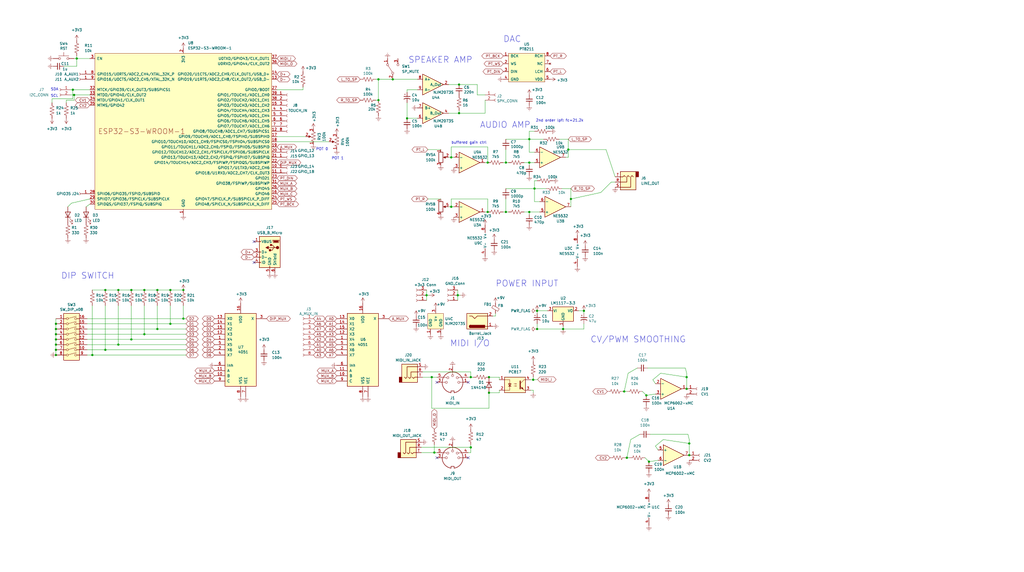
<source format=kicad_sch>
(kicad_sch (version 20230121) (generator eeschema)
  (paper "User" 499.999 279.4)
  (junction (at 184.785 48.895))
  (junction (at 336.55 216.535))
  (junction (at 57.785 141.605))
  (junction (at 335.28 189.865))
  (junction (at 224.155 55.245))
  (junction (at 76.835 141.605))
  (junction (at 247.015 103.505))
  (junction (at 304.8 191.135))
  (junction (at 83.185 141.605))
  (junction (at 262.255 160.655))
  (junction (at 76.835 160.655))
  (junction (at 260.985 92.075))
  (junction (at 64.135 141.605))
  (junction (at 306.07 223.52))
  (junction (at 315.595 193.04))
  (junction (at 57.785 168.275))
  (junction (at 224.155 41.275))
  (junction (at 45.085 173.355))
  (junction (at 238.125 79.375))
  (junction (at 27.305 170.815))
  (junction (at 229.87 184.15))
  (junction (at 36.195 46.355))
  (junction (at 277.495 73.025))
  (junction (at 278.765 97.155))
  (junction (at 220.345 100.965))
  (junction (at 262.255 151.765))
  (junction (at 335.28 184.15))
  (junction (at 184.785 38.735))
  (junction (at 51.435 170.815))
  (junction (at 258.445 79.375))
  (junction (at 238.125 103.505))
  (junction (at 51.435 141.605))
  (junction (at 89.535 141.605))
  (junction (at 198.755 57.785))
  (junction (at 316.865 225.425))
  (junction (at 64.135 165.735))
  (junction (at 83.185 158.115))
  (junction (at 27.305 163.195))
  (junction (at 260.35 185.42))
  (junction (at 223.52 144.145))
  (junction (at 27.305 173.355))
  (junction (at 27.305 165.735))
  (junction (at 210.82 184.15))
  (junction (at 238.76 191.77))
  (junction (at 27.305 168.275))
  (junction (at 247.015 79.375))
  (junction (at 27.305 160.655))
  (junction (at 37.465 28.575))
  (junction (at 238.76 184.15))
  (junction (at 212.09 220.98))
  (junction (at 220.345 76.835))
  (junction (at 274.955 160.655))
  (junction (at 191.77 38.735))
  (junction (at 208.28 144.145))
  (junction (at 229.87 218.44))
  (junction (at 258.445 103.505))
  (junction (at 336.55 222.25))
  (junction (at 27.305 158.115))
  (junction (at 258.445 67.945))
  (junction (at 35.56 43.815))
  (junction (at 70.485 163.195))
  (junction (at 89.535 155.575))
  (junction (at 285.115 151.765))
  (junction (at 70.485 141.605))
  (no_connect (at 213.36 186.69))
  (no_connect (at 213.36 223.52))
  (no_connect (at 124.079 128.143))
  (no_connect (at 228.6 223.52))
  (no_connect (at 228.6 186.69))
  (no_connect (at 124.079 117.983))
  (wire (pts (xy 306.07 223.52) (xy 305.435 223.52)))
  (wire (pts (xy 258.445 103.505) (xy 263.525 103.505)))
  (wire (pts (xy 277.495 67.945) (xy 277.495 73.025)))
  (wire (pts (xy 236.855 55.245) (xy 224.155 55.245)))
  (wire (pts (xy 285.115 153.035) (xy 285.115 151.765)))
  (wire (pts (xy 37.465 28.575) (xy 37.465 32.385)))
  (wire (pts (xy 35.56 48.26) (xy 35.56 43.815)))
  (wire (pts (xy 298.45 88.9) (xy 300.355 88.9)))
  (wire (pts (xy 37.465 28.575) (xy 43.815 28.575)))
  (wire (pts (xy 90.805 160.655) (xy 76.835 160.655)))
  (wire (pts (xy 57.785 141.605) (xy 64.135 141.605)))
  (wire (pts (xy 260.35 185.42) (xy 260.35 184.15)))
  (wire (pts (xy 306.07 191.135) (xy 304.8 191.135)))
  (wire (pts (xy 247.015 73.025) (xy 247.015 79.375)))
  (wire (pts (xy 205.74 220.98) (xy 212.09 220.98)))
  (wire (pts (xy 229.87 220.98) (xy 228.6 220.98)))
  (wire (pts (xy 27.305 158.115) (xy 27.305 160.655)))
  (wire (pts (xy 64.135 165.735) (xy 64.135 149.225)))
  (wire (pts (xy 336.55 216.535) (xy 336.55 222.25)))
  (wire (pts (xy 274.32 92.075) (xy 278.765 92.075)))
  (wire (pts (xy 314.96 223.52) (xy 316.865 225.425)))
  (wire (pts (xy 260.985 88.265) (xy 262.255 88.265)))
  (wire (pts (xy 255.905 103.505) (xy 258.445 103.505)))
  (wire (pts (xy 247.015 79.375) (xy 248.285 79.375)))
  (wire (pts (xy 220.345 76.835) (xy 220.345 71.755)))
  (wire (pts (xy 293.37 93.98) (xy 298.45 88.9)))
  (wire (pts (xy 27.305 170.815) (xy 27.305 173.355)))
  (wire (pts (xy 31.115 32.385) (xy 37.465 32.385)))
  (wire (pts (xy 229.87 184.15) (xy 231.14 184.15)))
  (wire (pts (xy 306.07 223.52) (xy 307.975 214.63)))
  (wire (pts (xy 223.52 144.145) (xy 224.79 144.145)))
  (wire (pts (xy 70.485 141.605) (xy 76.835 141.605)))
  (wire (pts (xy 236.855 46.355) (xy 233.045 46.355)))
  (wire (pts (xy 304.8 191.135) (xy 304.165 191.135)))
  (wire (pts (xy 43.815 97.155) (xy 34.925 99.187)))
  (wire (pts (xy 243.84 191.77) (xy 238.76 191.77)))
  (wire (pts (xy 90.805 173.355) (xy 45.085 173.355)))
  (wire (pts (xy 57.785 168.275) (xy 57.785 149.225)))
  (wire (pts (xy 210.82 199.39) (xy 238.76 199.39)))
  (wire (pts (xy 255.905 79.375) (xy 258.445 79.375)))
  (wire (pts (xy 32.385 48.895) (xy 36.195 48.895)))
  (wire (pts (xy 45.085 173.355) (xy 45.085 149.225)))
  (wire (pts (xy 229.87 181.61) (xy 229.87 184.15)))
  (wire (pts (xy 184.785 38.735) (xy 184.785 48.895)))
  (wire (pts (xy 42.545 168.275) (xy 57.785 168.275)))
  (wire (pts (xy 213.36 220.98) (xy 212.09 220.98)))
  (wire (pts (xy 212.09 217.17) (xy 212.09 220.98)))
  (wire (pts (xy 238.125 97.155) (xy 238.125 103.505)))
  (wire (pts (xy 229.87 217.17) (xy 229.87 218.44)))
  (wire (pts (xy 247.015 79.375) (xy 245.745 79.375)))
  (wire (pts (xy 76.835 160.655) (xy 76.835 149.225)))
  (wire (pts (xy 260.985 64.135) (xy 258.445 64.135)))
  (wire (pts (xy 334.645 179.705) (xy 335.28 182.245)))
  (wire (pts (xy 323.85 214.63) (xy 336.55 216.535)))
  (wire (pts (xy 335.28 182.245) (xy 335.28 184.15)))
  (wire (pts (xy 318.77 185.42) (xy 322.58 182.245)))
  (wire (pts (xy 83.185 141.605) (xy 89.535 141.605)))
  (wire (pts (xy 247.015 103.505) (xy 245.745 103.505)))
  (wire (pts (xy 220.345 97.155) (xy 238.125 97.155)))
  (wire (pts (xy 316.865 225.425) (xy 321.31 224.79)))
  (wire (pts (xy 223.52 141.605) (xy 223.52 144.145)))
  (wire (pts (xy 262.255 151.765) (xy 267.335 151.765)))
  (wire (pts (xy 335.915 212.09) (xy 336.55 214.63)))
  (wire (pts (xy 135.255 69.215) (xy 160.655 69.215)))
  (wire (pts (xy 278.765 97.155) (xy 293.37 93.98)))
  (wire (pts (xy 278.765 97.155) (xy 278.765 100.965)))
  (wire (pts (xy 313.69 191.135) (xy 315.595 193.04)))
  (wire (pts (xy 183.515 48.895) (xy 184.785 48.895)))
  (wire (pts (xy 238.76 199.39) (xy 238.76 191.77)))
  (wire (pts (xy 219.075 76.835) (xy 220.345 76.835)))
  (wire (pts (xy 258.445 67.945) (xy 258.445 74.295)))
  (wire (pts (xy 64.135 165.735) (xy 42.545 165.735)))
  (wire (pts (xy 259.08 185.42) (xy 260.35 185.42)))
  (wire (pts (xy 316.23 179.705) (xy 334.645 179.705)))
  (wire (pts (xy 260.985 92.075) (xy 260.985 98.425)))
  (wire (pts (xy 317.5 212.09) (xy 335.915 212.09)))
  (wire (pts (xy 262.255 153.035) (xy 262.255 151.765)))
  (wire (pts (xy 64.135 141.605) (xy 70.485 141.605)))
  (wire (pts (xy 27.305 163.195) (xy 27.305 165.735)))
  (wire (pts (xy 285.115 151.765) (xy 282.575 151.765)))
  (wire (pts (xy 27.305 160.655) (xy 27.305 163.195)))
  (wire (pts (xy 262.255 160.655) (xy 274.955 160.655)))
  (wire (pts (xy 223.52 144.145) (xy 223.52 146.685)))
  (wire (pts (xy 220.345 71.755) (xy 238.125 71.755)))
  (wire (pts (xy 260.35 190.5) (xy 260.35 191.77)))
  (wire (pts (xy 262.509 185.293) (xy 260.35 185.42)))
  (wire (pts (xy 90.805 168.275) (xy 57.785 168.275)))
  (wire (pts (xy 76.835 141.605) (xy 83.185 141.605)))
  (wire (pts (xy 322.58 182.245) (xy 335.28 184.15)))
  (wire (pts (xy 36.195 48.895) (xy 36.195 46.355)))
  (wire (pts (xy 238.125 71.755) (xy 238.125 79.375)))
  (wire (pts (xy 36.195 28.575) (xy 37.465 28.575)))
  (wire (pts (xy 258.445 74.295) (xy 260.985 74.295)))
  (wire (pts (xy 51.435 170.815) (xy 42.545 170.815)))
  (wire (pts (xy 198.755 50.165) (xy 198.755 57.785)))
  (wire (pts (xy 45.085 141.605) (xy 51.435 141.605)))
  (wire (pts (xy 224.155 41.275) (xy 219.075 41.275)))
  (wire (pts (xy 42.545 173.355) (xy 45.085 173.355)))
  (wire (pts (xy 241.935 154.305) (xy 240.665 154.305)))
  (wire (pts (xy 266.7 92.075) (xy 260.985 92.075)))
  (wire (pts (xy 278.765 92.075) (xy 278.765 97.155)))
  (wire (pts (xy 258.445 79.375) (xy 260.985 79.375)))
  (wire (pts (xy 336.55 214.63) (xy 336.55 216.535)))
  (wire (pts (xy 89.535 155.575) (xy 42.545 155.575)))
  (wire (pts (xy 34.925 99.187) (xy 33.147 100.965)))
  (wire (pts (xy 247.015 103.505) (xy 248.285 103.505)))
  (wire (pts (xy 191.77 38.735) (xy 203.835 38.735)))
  (wire (pts (xy 25.4 48.26) (xy 35.56 48.26)))
  (wire (pts (xy 198.755 43.815) (xy 203.835 43.815)))
  (wire (pts (xy 247.015 97.155) (xy 247.015 103.505)))
  (wire (pts (xy 42.545 163.195) (xy 70.485 163.195)))
  (wire (pts (xy 224.155 55.245) (xy 224.155 53.975)))
  (wire (pts (xy 220.345 100.965) (xy 221.615 100.965)))
  (wire (pts (xy 135.255 43.815) (xy 147.955 43.815)))
  (wire (pts (xy 213.36 184.15) (xy 210.82 184.15)))
  (wire (pts (xy 32.385 50.165) (xy 32.385 48.895)))
  (wire (pts (xy 34.29 43.815) (xy 35.56 43.815)))
  (wire (pts (xy 277.495 76.835) (xy 276.225 76.835)))
  (wire (pts (xy 247.015 67.945) (xy 258.445 67.945)))
  (wire (pts (xy 90.805 155.575) (xy 89.535 155.575)))
  (wire (pts (xy 285.115 160.655) (xy 274.955 160.655)))
  (wire (pts (xy 320.04 217.805) (xy 323.85 214.63)))
  (wire (pts (xy 205.74 218.44) (xy 229.87 218.44)))
  (wire (pts (xy 259.08 190.5) (xy 260.35 190.5)))
  (wire (pts (xy 208.28 144.145) (xy 208.28 146.685)))
  (wire (pts (xy 273.05 67.945) (xy 277.495 67.945)))
  (wire (pts (xy 243.84 190.5) (xy 243.84 191.77)))
  (wire (pts (xy 229.87 218.44) (xy 229.87 220.98)))
  (wire (pts (xy 321.31 219.71) (xy 320.04 217.805)))
  (wire (pts (xy 247.015 92.075) (xy 260.985 92.075)))
  (wire (pts (xy 258.445 104.775) (xy 258.445 103.505)))
  (wire (pts (xy 206.375 181.61) (xy 229.87 181.61)))
  (wire (pts (xy 90.805 158.115) (xy 83.185 158.115)))
  (wire (pts (xy 35.56 43.815) (xy 43.815 43.815)))
  (wire (pts (xy 90.805 170.815) (xy 51.435 170.815)))
  (wire (pts (xy 236.855 48.895) (xy 236.855 55.245)))
  (wire (pts (xy 135.255 66.675) (xy 149.225 66.675)))
  (wire (pts (xy 183.515 38.735) (xy 184.785 38.735)))
  (wire (pts (xy 51.435 170.815) (xy 51.435 149.225)))
  (wire (pts (xy 219.075 100.965) (xy 220.345 100.965)))
  (wire (pts (xy 285.115 158.115) (xy 285.115 160.655)))
  (wire (pts (xy 206.375 184.15) (xy 210.82 184.15)))
  (wire (pts (xy 89.535 155.575) (xy 89.535 149.225)))
  (wire (pts (xy 208.915 97.155) (xy 215.265 97.155)))
  (wire (pts (xy 260.985 98.425) (xy 263.525 98.425)))
  (wire (pts (xy 307.975 214.63) (xy 312.42 212.09)))
  (wire (pts (xy 76.835 160.655) (xy 42.545 160.655)))
  (wire (pts (xy 262.255 158.115) (xy 262.255 160.655)))
  (wire (pts (xy 260.985 88.265) (xy 260.985 92.075)))
  (wire (pts (xy 27.305 165.735) (xy 27.305 168.275)))
  (wire (pts (xy 90.805 163.195) (xy 70.485 163.195)))
  (wire (pts (xy 274.955 160.655) (xy 274.955 159.385)))
  (wire (pts (xy 34.29 46.355) (xy 36.195 46.355)))
  (wire (pts (xy 335.28 184.15) (xy 335.28 189.865)))
  (wire (pts (xy 83.185 158.115) (xy 83.185 149.225)))
  (wire (pts (xy 220.345 76.835) (xy 221.615 76.835)))
  (wire (pts (xy 27.305 168.275) (xy 27.305 170.815)))
  (wire (pts (xy 315.595 193.04) (xy 320.04 192.405)))
  (wire (pts (xy 228.6 184.15) (xy 229.87 184.15)))
  (wire (pts (xy 27.305 155.575) (xy 27.305 158.115)))
  (wire (pts (xy 198.755 57.785) (xy 203.835 57.785)))
  (wire (pts (xy 70.485 163.195) (xy 70.485 149.225)))
  (wire (pts (xy 238.125 103.505) (xy 236.855 103.505)))
  (wire (pts (xy 304.8 191.135) (xy 306.705 182.245)))
  (wire (pts (xy 219.075 55.245) (xy 224.155 55.245)))
  (wire (pts (xy 184.785 38.735) (xy 191.77 38.735)))
  (wire (pts (xy 208.28 141.605) (xy 208.28 144.145)))
  (wire (pts (xy 241.935 153.035) (xy 241.935 154.305)))
  (wire (pts (xy 42.545 158.115) (xy 83.185 158.115)))
  (wire (pts (xy 265.43 67.945) (xy 258.445 67.945)))
  (wire (pts (xy 295.91 73.025) (xy 300.355 86.36)))
  (wire (pts (xy 243.84 184.15) (xy 243.84 185.42)))
  (wire (pts (xy 36.195 46.355) (xy 43.815 46.355)))
  (wire (pts (xy 37.465 27.305) (xy 37.465 28.575)))
  (wire (pts (xy 90.805 165.735) (xy 64.135 165.735)))
  (wire (pts (xy 277.495 73.025) (xy 295.91 73.025)))
  (wire (pts (xy 42.037 100.965) (xy 43.815 99.695)))
  (wire (pts (xy 210.82 184.15) (xy 210.82 199.39)))
  (wire (pts (xy 320.04 187.325) (xy 318.77 185.42)))
  (wire (pts (xy 238.76 184.15) (xy 243.84 184.15)))
  (wire (pts (xy 220.345 100.965) (xy 220.345 97.155)))
  (wire (pts (xy 238.125 79.375) (xy 236.855 79.375)))
  (wire (pts (xy 233.045 41.275) (xy 224.155 41.275)))
  (wire (pts (xy 25.4 50.165) (xy 25.4 48.26)))
  (wire (pts (xy 277.495 73.025) (xy 277.495 76.835)))
  (wire (pts (xy 208.28 144.145) (xy 209.55 144.145)))
  (wire (pts (xy 208.915 73.025) (xy 215.265 73.025)))
  (wire (pts (xy 198.755 45.085) (xy 198.755 43.815)))
  (wire (pts (xy 258.445 80.645) (xy 258.445 79.375)))
  (wire (pts (xy 51.435 141.605) (xy 57.785 141.605)))
  (wire (pts (xy 307.34 223.52) (xy 306.07 223.52)))
  (wire (pts (xy 306.705 182.245) (xy 311.15 179.705)))
  (wire (pts (xy 147.955 43.815) (xy 147.955 42.545)))
  (wire (pts (xy 233.045 46.355) (xy 233.045 41.275)))
  (wire (pts (xy 258.445 64.135) (xy 258.445 67.945)))
  (text "CV/PWM SMOOTHING" (at 288.29 167.64 0) (effects (font (size 3 3)) (justify left bottom)))
  (text "SPEAKER AMP" (at 199.39 31.115 0) (effects (font (size 3 3)) (justify left bottom)))
  (text "POWER INPUT" (at 241.935 140.335 0) (effects (font (size 3 3)) (justify left bottom)))
  (text "SCL" (at 24.765 47.625 0) (effects (font (size 1.27 1.27)) (justify left bottom)))
  (text "POT 1\n" (at 161.925 78.105 0) (effects (font (size 1.27 1.27)) (justify left bottom)))
  (text "SDA" (at 24.765 44.45 0) (effects (font (size 1.27 1.27)) (justify left bottom)))
  (text "buffered gain ctrl" (at 220.345 70.485 0) (effects (font (size 1.27 1.27)) (justify left bottom)))
  (text "DAC" (at 245.745 20.955 0) (effects (font (size 3 3)) (justify left bottom)))
  (text "2nd order lpf: fc=21.2k" (at 261.62 59.69 0) (effects (font (size 1.27 1.27)) (justify left bottom)))
  (text "POT 0" (at 154.305 73.66 0) (effects (font (size 1.27 1.27)) (justify left bottom)))
  (text "AUDIO AMP" (at 234.315 62.865 0) (effects (font (size 3 3)) (justify left bottom)))
  (text "DIP SWITCH" (at 29.845 136.525 0) (effects (font (size 3 3)) (justify left bottom)))
  (text "MIDI I/O" (at 219.71 169.545 0) (effects (font (size 3 3)) (justify left bottom)))
  (global_label "PT_R" (shape bidirectional) (at 208.915 97.155 180) (property "Intersheetrefs" "${INTERSHEET_REFS}" (effects hide)))
  (global_label "D7" (shape bidirectional) (at 104.775 168.275 180) (property "Intersheetrefs" "${INTERSHEET_REFS}" (effects hide)))
  (global_label "D2" (shape bidirectional) (at 90.805 155.575 0) (property "Intersheetrefs" "${INTERSHEET_REFS}" (effects hide)))
  (global_label "D4" (shape bidirectional) (at 104.775 165.735 180) (property "Intersheetrefs" "${INTERSHEET_REFS}" (effects hide)))
  (global_label "PT_BCK" (shape bidirectional) (at 245.745 27.305 180) (property "Intersheetrefs" "${INTERSHEET_REFS}" (effects hide)))
  (global_label "PT_WS" (shape bidirectional) (at 245.745 31.115 180) (property "Intersheetrefs" "${INTERSHEET_REFS}" (effects hide)))
  (global_label "CV1" (shape bidirectional) (at 296.545 191.135 180) (property "Intersheetrefs" "${INTERSHEET_REFS}" (effects hide)))
  (global_label "MUX_A" (shape bidirectional) (at 164.465 180.975 180) (property "Intersheetrefs" "${INTERSHEET_REFS}" (effects hide)))
  (global_label "PT_DIN" (shape bidirectional) (at 245.745 34.925 180) (property "Intersheetrefs" "${INTERSHEET_REFS}" (effects hide)))
  (global_label "MIDI_O" (shape bidirectional) (at 212.09 209.55 90) (property "Intersheetrefs" "${INTERSHEET_REFS}" (effects hide)))
  (global_label "A1" (shape bidirectional) (at 164.465 158.115 180) (property "Intersheetrefs" "${INTERSHEET_REFS}" (effects hide)))
  (global_label "D1" (shape bidirectional) (at 104.775 158.115 180) (property "Intersheetrefs" "${INTERSHEET_REFS}" (effects hide)))
  (global_label "L_TO_SP" (shape bidirectional) (at 175.895 38.735 180) (property "Intersheetrefs" "${INTERSHEET_REFS}" (effects hide)))
  (global_label "DIP_MUX" (shape bidirectional) (at 130.175 155.575 0) (property "Intersheetrefs" "${INTERSHEET_REFS}" (effects hide)))
  (global_label "D-" (shape bidirectional) (at 124.079 125.603 180) (property "Intersheetrefs" "${INTERSHEET_REFS}" (effects hide)))
  (global_label "A2" (shape bidirectional) (at 164.465 160.655 180) (property "Intersheetrefs" "${INTERSHEET_REFS}" (effects hide)))
  (global_label "D+" (shape bidirectional) (at 135.255 36.195 0) (property "Intersheetrefs" "${INTERSHEET_REFS}" (effects hide)))
  (global_label "MUX_B" (shape bidirectional) (at 104.775 183.515 180) (property "Intersheetrefs" "${INTERSHEET_REFS}" (effects hide)))
  (global_label "D6" (shape bidirectional) (at 90.805 170.815 0) (property "Intersheetrefs" "${INTERSHEET_REFS}" (effects hide)))
  (global_label "CV1" (shape bidirectional) (at 43.815 48.895 180) (property "Intersheetrefs" "${INTERSHEET_REFS}" (effects hide)))
  (global_label "A5" (shape bidirectional) (at 153.035 163.195 0) (property "Intersheetrefs" "${INTERSHEET_REFS}" (effects hide)))
  (global_label "A1" (shape bidirectional) (at 153.035 168.275 0) (property "Intersheetrefs" "${INTERSHEET_REFS}" (effects hide)))
  (global_label "A7" (shape bidirectional) (at 164.465 173.355 180) (property "Intersheetrefs" "${INTERSHEET_REFS}" (effects hide)))
  (global_label "D5" (shape bidirectional) (at 90.805 168.275 0) (property "Intersheetrefs" "${INTERSHEET_REFS}" (effects hide)))
  (global_label "D7" (shape bidirectional) (at 90.805 173.355 0) (property "Intersheetrefs" "${INTERSHEET_REFS}" (effects hide)))
  (global_label "A4" (shape bidirectional) (at 153.035 155.575 0) (property "Intersheetrefs" "${INTERSHEET_REFS}" (effects hide)))
  (global_label "MIDI_I" (shape bidirectional) (at 135.255 28.575 0) (property "Intersheetrefs" "${INTERSHEET_REFS}" (effects hide)))
  (global_label "D3" (shape bidirectional) (at 90.805 163.195 0) (property "Intersheetrefs" "${INTERSHEET_REFS}" (effects hide)))
  (global_label "A6" (shape bidirectional) (at 153.035 158.115 0) (property "Intersheetrefs" "${INTERSHEET_REFS}" (effects hide)))
  (global_label "PT_BCK" (shape bidirectional) (at 135.255 99.695 0) (property "Intersheetrefs" "${INTERSHEET_REFS}" (effects hide)))
  (global_label "PT_L" (shape bidirectional) (at 208.915 73.025 180) (property "Intersheetrefs" "${INTERSHEET_REFS}" (effects hide)))
  (global_label "D2" (shape bidirectional) (at 104.775 160.655 180) (property "Intersheetrefs" "${INTERSHEET_REFS}" (effects hide)))
  (global_label "MIDI_O" (shape bidirectional) (at 135.255 31.115 0) (property "Intersheetrefs" "${INTERSHEET_REFS}" (effects hide)))
  (global_label "MUX_B" (shape bidirectional) (at 135.255 92.075 0) (property "Intersheetrefs" "${INTERSHEET_REFS}" (effects hide)))
  (global_label "D+" (shape bidirectional) (at 124.079 123.063 180) (property "Intersheetrefs" "${INTERSHEET_REFS}" (effects hide)))
  (global_label "DIP_MUX" (shape bidirectional) (at 135.255 79.375 0) (property "Intersheetrefs" "${INTERSHEET_REFS}" (effects hide)))
  (global_label "A4" (shape bidirectional) (at 164.465 165.735 180) (property "Intersheetrefs" "${INTERSHEET_REFS}" (effects hide)))
  (global_label "A_MUX" (shape bidirectional) (at 135.255 71.755 0) (property "Intersheetrefs" "${INTERSHEET_REFS}" (effects hide)))
  (global_label "MUX_A" (shape bidirectional) (at 135.255 89.535 0) (property "Intersheetrefs" "${INTERSHEET_REFS}" (effects hide)))
  (global_label "CV2" (shape bidirectional) (at 297.815 223.52 180) (property "Intersheetrefs" "${INTERSHEET_REFS}" (effects hide)))
  (global_label "A5" (shape bidirectional) (at 164.465 168.275 180) (property "Intersheetrefs" "${INTERSHEET_REFS}" (effects hide)))
  (global_label "MUX_B" (shape bidirectional) (at 164.465 183.515 180) (property "Intersheetrefs" "${INTERSHEET_REFS}" (effects hide)))
  (global_label "PT_DIN" (shape bidirectional) (at 135.255 86.995 0) (property "Intersheetrefs" "${INTERSHEET_REFS}" (effects hide)))
  (global_label "PT_L" (shape bidirectional) (at 268.605 34.925 0) (property "Intersheetrefs" "${INTERSHEET_REFS}" (effects hide)))
  (global_label "A3" (shape bidirectional) (at 153.035 173.355 0) (property "Intersheetrefs" "${INTERSHEET_REFS}" (effects hide)))
  (global_label "A0" (shape bidirectional) (at 164.465 155.575 180) (property "Intersheetrefs" "${INTERSHEET_REFS}" (effects hide)))
  (global_label "MUX_C" (shape bidirectional) (at 164.465 186.055 180) (property "Intersheetrefs" "${INTERSHEET_REFS}" (effects hide)))
  (global_label "D-" (shape bidirectional) (at 135.255 38.735 0) (property "Intersheetrefs" "${INTERSHEET_REFS}" (effects hide)))
  (global_label "MUX_C" (shape bidirectional) (at 135.255 94.615 0) (property "Intersheetrefs" "${INTERSHEET_REFS}" (effects hide)))
  (global_label "MUX_A" (shape bidirectional) (at 104.775 180.975 180) (property "Intersheetrefs" "${INTERSHEET_REFS}" (effects hide)))
  (global_label "MIDI_I" (shape bidirectional) (at 262.509 185.293 0) (property "Intersheetrefs" "${INTERSHEET_REFS}" (effects hide)))
  (global_label "D4" (shape bidirectional) (at 90.805 165.735 0) (property "Intersheetrefs" "${INTERSHEET_REFS}" (effects hide)))
  (global_label "A3" (shape bidirectional) (at 164.465 163.195 180) (property "Intersheetrefs" "${INTERSHEET_REFS}" (effects hide)))
  (global_label "R_TO_SP" (shape bidirectional) (at 278.765 92.075 0) (property "Intersheetrefs" "${INTERSHEET_REFS}" (effects hide)))
  (global_label "D5" (shape bidirectional) (at 104.775 170.815 180) (property "Intersheetrefs" "${INTERSHEET_REFS}" (effects hide)))
  (global_label "PT_WS" (shape bidirectional) (at 135.255 97.155 0) (property "Intersheetrefs" "${INTERSHEET_REFS}" (effects hide)))
  (global_label "A0" (shape bidirectional) (at 153.035 170.815 0) (property "Intersheetrefs" "${INTERSHEET_REFS}" (effects hide)))
  (global_label "D0" (shape bidirectional) (at 104.775 155.575 180) (property "Intersheetrefs" "${INTERSHEET_REFS}" (effects hide)))
  (global_label "D6" (shape bidirectional) (at 104.775 173.355 180) (property "Intersheetrefs" "${INTERSHEET_REFS}" (effects hide)))
  (global_label "A6" (shape bidirectional) (at 164.465 170.815 180) (property "Intersheetrefs" "${INTERSHEET_REFS}" (effects hide)))
  (global_label "R_TO_SP" (shape bidirectional) (at 175.895 48.895 180) (property "Intersheetrefs" "${INTERSHEET_REFS}" (effects hide)))
  (global_label "D0" (shape bidirectional) (at 90.805 160.655 0) (property "Intersheetrefs" "${INTERSHEET_REFS}" (effects hide)))
  (global_label "D3" (shape bidirectional) (at 104.775 163.195 180) (property "Intersheetrefs" "${INTERSHEET_REFS}" (effects hide)))
  (global_label "MUX_C" (shape bidirectional) (at 104.775 186.055 180) (property "Intersheetrefs" "${INTERSHEET_REFS}" (effects hide)))
  (global_label "A7" (shape bidirectional) (at 153.035 160.655 0) (property "Intersheetrefs" "${INTERSHEET_REFS}" (effects hide)))
  (global_label "PT_R" (shape bidirectional) (at 268.605 27.305 0) (property "Intersheetrefs" "${INTERSHEET_REFS}" (effects hide)))
  (global_label "A_MUX" (shape bidirectional) (at 189.865 155.575 0) (property "Intersheetrefs" "${INTERSHEET_REFS}" (effects hide)))
  (global_label "L_TO_SP" (shape bidirectional) (at 277.495 67.945 0) (property "Intersheetrefs" "${INTERSHEET_REFS}" (effects hide)))
  (global_label "CV2" (shape bidirectional) (at 43.815 51.435 180) (property "Intersheetrefs" "${INTERSHEET_REFS}" (effects hide)))
  (global_label "D1" (shape bidirectional) (at 90.805 158.115 0) (property "Intersheetrefs" "${INTERSHEET_REFS}" (effects hide)))
  (global_label "A2" (shape bidirectional) (at 153.035 165.735 0) (property "Intersheetrefs" "${INTERSHEET_REFS}" (effects hide)))
  (symbol (lib_id "Device:R_US") (at 147.955 38.735 0) (mirror y) (unit 1)
    (property "Reference" "R2" (at 146.2278 37.5666 0) (effects (justify left)))
    (property "Value" "10k" (at 146.2278 39.878 0) (effects (justify left)))
    (property "Footprint" "Resistor_SMD:R_0603_1608Metric_Pad0.98x0.95mm_HandSolder" (effects hide))
  )
  (symbol (lib_id "ESP32_AudioBoard_Rev3-rescue:+3.3V-power") (at 147.955 34.925 0) (mirror y) (unit 1)
    (property "Reference" "#PWR08" (effects hide))
    (property "Value" "+3.3V" (at 151.765 33.147 0))
  )
  (symbol (lib_id "ESP32_AudioBoard_Rev3-rescue:LM1117-3.3-Regulator_Linear") (at 274.955 151.765 0) (unit 1)
    (property "Reference" "U2" (at 274.955 145.6182 0))
    (property "Value" "LM1117-3.3" (at 274.955 147.9296 0))
    (property "Footprint" "Package_TO_SOT_SMD:SOT-223" (effects hide))
    (property "Datasheet" "http://www.ti.com/lit/ds/symlink/lm1117.pdf" (effects hide))
  )
  (symbol (lib_id "ESP32_AudioBoard_Rev3-rescue:CP1_Small-Device") (at 262.255 155.575 0) (unit 1)
    (property "Reference" "C1" (at 264.5664 154.4066 0) (effects (justify left)))
    (property "Value" "10u" (at 264.5664 156.718 0) (effects (justify left)))
    (property "Footprint" "Capacitor_THT:CP_Radial_D5.0mm_P2.50mm" (effects hide))
  )
  (symbol (lib_id "ESP32_AudioBoard_Rev3-rescue:CP1_Small-Device") (at 285.115 155.575 0) (unit 1)
    (property "Reference" "C2" (at 287.4264 154.4066 0) (effects (justify left)))
    (property "Value" "47u" (at 287.4264 156.718 0) (effects (justify left)))
    (property "Footprint" "Capacitor_THT:CP_Radial_D5.0mm_P2.50mm" (effects hide))
  )
  (symbol (lib_id "power:Earth") (at 274.955 160.655 0) (unit 1)
    (property "Reference" "#PWR03" (effects hide))
    (property "Value" "Earth" (effects hide))
  )
  (symbol (lib_id "ESP32_AudioBoard_Rev3-rescue:+3.3V-power") (at 285.115 151.765 0) (unit 1)
    (property "Reference" "#PWR05" (effects hide))
    (property "Value" "+3.3V" (at 288.29 149.225 0))
  )
  (symbol (lib_id "power:+9V") (at 262.255 151.765 0) (unit 1)
    (property "Reference" "#PWR01" (effects hide))
    (property "Value" "+9V" (at 264.795 149.225 0))
  )
  (symbol (lib_id "ESP32_AudioBoard_Rev3-rescue:NJM2073S-modular_synth") (at 210.185 41.275 0) (mirror x) (unit 1)
    (property "Reference" "U4" (at 212.725 47.625 0))
    (property "Value" "NJM2073S" (at 216.535 45.085 0))
    (property "Footprint" "Package_SIP:SIP-9_21.54x3mm_P2.54mm" (effects hide))
  )
  (symbol (lib_id "ESP32_AudioBoard_Rev3-rescue:NJM2073S-modular_synth") (at 210.185 55.245 0) (mirror x) (unit 2)
    (property "Reference" "U4" (at 213.995 61.595 0))
    (property "Value" "NJM2073S" (at 216.535 59.055 0))
    (property "Footprint" "Package_SIP:SIP-9_21.54x3mm_P2.54mm" (effects hide))
  )
  (symbol (lib_id "ESP32_AudioBoard_Rev3-rescue:NJM2073S-modular_synth") (at 212.725 156.845 0) (unit 3)
    (property "Reference" "U4" (at 217.2462 155.6766 0) (effects (justify left)))
    (property "Value" "NJM2073S" (at 217.2462 157.988 0) (effects (justify left)))
    (property "Footprint" "Package_SIP:SIP-9_21.54x3mm_P2.54mm" (effects hide))
  )
  (symbol (lib_id "power:Earth") (at 210.185 163.195 0) (unit 1)
    (property "Reference" "#PWR013" (effects hide))
    (property "Value" "Earth" (effects hide))
  )
  (symbol (lib_id "power:Earth") (at 215.265 163.195 0) (unit 1)
    (property "Reference" "#PWR014" (effects hide))
    (property "Value" "Earth" (effects hide))
  )
  (symbol (lib_id "ESP32_AudioBoard_Rev3-rescue:CP1_Small-Device") (at 198.755 47.625 0) (unit 1)
    (property "Reference" "C4" (at 201.0664 46.4566 0) (effects (justify left)))
    (property "Value" "10u" (at 201.0664 48.768 0) (effects (justify left)))
    (property "Footprint" "Capacitor_THT:CP_Radial_D5.0mm_P2.50mm" (effects hide))
  )
  (symbol (lib_id "power:Earth") (at 203.835 52.705 270) (unit 1)
    (property "Reference" "#PWR022" (effects hide))
    (property "Value" "Earth" (effects hide))
  )
  (symbol (lib_id "Device:C_Small") (at 198.755 60.325 0) (unit 1)
    (property "Reference" "C5" (at 201.0918 59.1566 0) (effects (justify left)))
    (property "Value" "100n" (at 201.0918 61.468 0) (effects (justify left)))
    (property "Footprint" "Capacitor_SMD:C_0603_1608Metric_Pad1.08x0.95mm_HandSolder" (effects hide))
  )
  (symbol (lib_id "power:Earth") (at 198.755 62.865 0) (unit 1)
    (property "Reference" "#PWR021" (effects hide))
    (property "Value" "Earth" (effects hide))
  )
  (symbol (lib_id "Device:C_Small") (at 224.155 43.815 0) (unit 1)
    (property "Reference" "C6" (at 226.4918 42.6466 0) (effects (justify left)))
    (property "Value" "220n" (at 226.4918 44.958 0) (effects (justify left)))
    (property "Footprint" "Capacitor_SMD:C_0603_1608Metric_Pad1.08x0.95mm_HandSolder" (effects hide))
  )
  (symbol (lib_id "Device:R_US") (at 224.155 50.165 0) (unit 1)
    (property "Reference" "R6" (at 225.8822 48.9966 0) (effects (justify left)))
    (property "Value" "16" (at 225.8822 51.308 0) (effects (justify left)))
    (property "Footprint" "Resistor_SMD:R_0603_1608Metric_Pad0.98x0.95mm_HandSolder" (effects hide))
  )
  (symbol (lib_id "ESP32_AudioBoard_Rev3-rescue:Conn_01x02_Female-Connector") (at 241.935 46.355 0) (unit 1)
    (property "Reference" "J2" (at 242.6462 46.9646 0) (effects (justify left)))
    (property "Value" "SPK_CONN" (at 242.6462 49.276 0) (effects (justify left)))
    (property "Footprint" "Connector_PinHeader_2.54mm:PinHeader_1x02_P2.54mm_Vertical" (effects hide))
  )
  (symbol (lib_id "power:+9V") (at 212.725 150.495 0) (unit 1)
    (property "Reference" "#PWR012" (effects hide))
    (property "Value" "+9V" (at 215.265 148.59 0))
  )
  (symbol (lib_id "Device:R_US") (at 179.705 48.895 270) (unit 1)
    (property "Reference" "R4" (at 179.705 43.688 90))
    (property "Value" "100k" (at 179.705 45.9994 90))
    (property "Footprint" "Resistor_SMD:R_0603_1608Metric_Pad0.98x0.95mm_HandSolder" (effects hide))
  )
  (symbol (lib_id "Device:R_US") (at 184.785 52.705 180) (unit 1)
    (property "Reference" "R5" (at 180.975 51.435 0) (effects (justify right)))
    (property "Value" "20k" (at 179.705 53.34 0) (effects (justify right)))
    (property "Footprint" "Resistor_SMD:R_0603_1608Metric_Pad0.98x0.95mm_HandSolder" (effects hide))
  )
  (symbol (lib_id "power:Earth") (at 184.785 56.515 0) (unit 1)
    (property "Reference" "#PWR019" (effects hide))
    (property "Value" "Earth" (effects hide))
  )
  (symbol (lib_id "Amplifier_Operational:NE5532") (at 229.235 103.505 0) (mirror x) (unit 1)
    (property "Reference" "U3" (at 233.045 109.855 0))
    (property "Value" "NE5532" (at 233.045 107.315 0))
    (property "Footprint" "Package_SO:SOIC-8_3.9x4.9mm_P1.27mm" (effects hide))
    (property "Datasheet" "http://www.ti.com/lit/ds/symlink/ne5532.pdf" (effects hide))
  )
  (symbol (lib_id "Amplifier_Operational:NE5532") (at 271.145 100.965 0) (mirror x) (unit 2)
    (property "Reference" "U3" (at 273.685 107.95 0))
    (property "Value" "NE5532" (at 273.685 105.41 0))
    (property "Footprint" "Package_SO:SOIC-8_3.9x4.9mm_P1.27mm" (effects hide))
    (property "Datasheet" "http://www.ti.com/lit/ds/symlink/ne5532.pdf" (effects hide))
  )
  (symbol (lib_id "Amplifier_Operational:NE5532") (at 284.48 122.555 0) (unit 3)
    (property "Reference" "U3" (at 275.59 121.285 0) (effects (justify left)))
    (property "Value" "NE5532" (at 273.05 123.825 0) (effects (justify left)))
    (property "Footprint" "Package_SO:SOIC-8_3.9x4.9mm_P1.27mm" (effects hide))
    (property "Datasheet" "http://www.ti.com/lit/ds/symlink/ne5532.pdf" (effects hide))
  )
  (symbol (lib_id "power:Earth") (at 281.94 130.175 0) (unit 1)
    (property "Reference" "#PWR011" (effects hide))
    (property "Value" "Earth" (effects hide))
  )
  (symbol (lib_id "Switch:SW_DIP_x08") (at 34.925 165.735 0) (unit 1)
    (property "Reference" "SW3" (at 34.925 148.7932 0))
    (property "Value" "SW_DIP_x08" (at 34.925 151.1046 0))
    (property "Footprint" "Package_DIP:DIP-16_W7.62mm_Socket" (effects hide))
  )
  (symbol (lib_id "4xxx:4051") (at 117.475 170.815 0) (unit 1)
    (property "Reference" "U7" (at 116.205 169.545 0) (effects (justify left)))
    (property "Value" "4051" (at 116.205 171.8564 0) (effects (justify left)))
    (property "Footprint" "Package_SO:SOIC-16_3.9x9.9mm_P1.27mm" (effects hide))
    (property "Datasheet" "http://www.intersil.com/content/dam/Intersil/documents/cd40/cd4051bms-52bms-53bms.pdf" (effects hide))
  )
  (symbol (lib_id "Device:R_US") (at 89.535 145.415 0) (unit 1)
    (property "Reference" "R21" (at 91.2622 144.2466 0) (effects (justify left)))
    (property "Value" "10k" (at 91.2622 146.558 0) (effects (justify left)))
    (property "Footprint" "Resistor_SMD:R_0603_1608Metric_Pad0.98x0.95mm_HandSolder" (effects hide))
  )
  (symbol (lib_id "Device:R_US") (at 83.185 145.415 0) (unit 1)
    (property "Reference" "R20" (at 84.9122 144.2466 0) (effects (justify left)))
    (property "Value" "10k" (at 84.9122 146.558 0) (effects (justify left)))
    (property "Footprint" "Resistor_SMD:R_0603_1608Metric_Pad0.98x0.95mm_HandSolder" (effects hide))
  )
  (symbol (lib_id "Device:R_US") (at 76.835 145.415 0) (unit 1)
    (property "Reference" "R19" (at 78.5622 144.2466 0) (effects (justify left)))
    (property "Value" "10k" (at 78.5622 146.558 0) (effects (justify left)))
    (property "Footprint" "Resistor_SMD:R_0603_1608Metric_Pad0.98x0.95mm_HandSolder" (effects hide))
  )
  (symbol (lib_id "Device:R_US") (at 70.485 145.415 0) (unit 1)
    (property "Reference" "R18" (at 72.2122 144.2466 0) (effects (justify left)))
    (property "Value" "10k" (at 72.2122 146.558 0) (effects (justify left)))
    (property "Footprint" "Resistor_SMD:R_0603_1608Metric_Pad0.98x0.95mm_HandSolder" (effects hide))
  )
  (symbol (lib_id "Device:R_US") (at 64.135 145.415 0) (unit 1)
    (property "Reference" "R17" (at 65.8622 144.2466 0) (effects (justify left)))
    (property "Value" "10k" (at 65.8622 146.558 0) (effects (justify left)))
    (property "Footprint" "Resistor_SMD:R_0603_1608Metric_Pad0.98x0.95mm_HandSolder" (effects hide))
  )
  (symbol (lib_id "Device:R_US") (at 57.785 145.415 0) (unit 1)
    (property "Reference" "R16" (at 59.5122 144.2466 0) (effects (justify left)))
    (property "Value" "10k" (at 59.5122 146.558 0) (effects (justify left)))
    (property "Footprint" "Resistor_SMD:R_0603_1608Metric_Pad0.98x0.95mm_HandSolder" (effects hide))
  )
  (symbol (lib_id "Device:R_US") (at 51.435 145.415 0) (unit 1)
    (property "Reference" "R15" (at 53.1622 144.2466 0) (effects (justify left)))
    (property "Value" "10k" (at 53.1622 146.558 0) (effects (justify left)))
    (property "Footprint" "Resistor_SMD:R_0603_1608Metric_Pad0.98x0.95mm_HandSolder" (effects hide))
  )
  (symbol (lib_id "Device:R_US") (at 45.085 145.415 0) (unit 1)
    (property "Reference" "R14" (at 46.8122 144.2466 0) (effects (justify left)))
    (property "Value" "10k" (at 46.8122 146.558 0) (effects (justify left)))
    (property "Footprint" "Resistor_SMD:R_0603_1608Metric_Pad0.98x0.95mm_HandSolder" (effects hide))
  )
  (symbol (lib_id "ESP32_AudioBoard_Rev3-rescue:+3.3V-power") (at 89.535 141.605 0) (unit 1)
    (property "Reference" "#PWR036" (effects hide))
    (property "Value" "+3.3V" (at 89.916 137.2108 0))
  )
  (symbol (lib_id "ESP32_AudioBoard_Rev3-rescue:+3.3V-power") (at 117.475 147.955 0) (unit 1)
    (property "Reference" "#PWR038" (effects hide))
    (property "Value" "+3.3V" (at 117.856 143.5608 0))
  )
  (symbol (lib_id "power:Earth") (at 120.015 193.675 0) (unit 1)
    (property "Reference" "#PWR040" (effects hide))
    (property "Value" "Earth" (effects hide))
  )
  (symbol (lib_id "power:Earth") (at 117.475 193.675 0) (unit 1)
    (property "Reference" "#PWR039" (effects hide))
    (property "Value" "Earth" (effects hide))
  )
  (symbol (lib_id "power:Earth") (at 104.775 178.435 270) (unit 1)
    (property "Reference" "#PWR037" (effects hide))
    (property "Value" "Earth" (effects hide))
  )
  (symbol (lib_id "power:Earth") (at 27.305 173.355 270) (unit 1)
    (property "Reference" "#PWR035" (effects hide))
    (property "Value" "Earth" (effects hide))
  )
  (symbol (lib_id "4xxx:4051") (at 177.165 170.815 0) (unit 1)
    (property "Reference" "U6" (at 175.895 165.735 0) (effects (justify left)))
    (property "Value" "4051" (at 174.625 168.275 0) (effects (justify left)))
    (property "Footprint" "Package_SO:SOIC-16_3.9x9.9mm_P1.27mm" (effects hide))
    (property "Datasheet" "http://www.intersil.com/content/dam/Intersil/documents/cd40/cd4051bms-52bms-53bms.pdf" (effects hide))
  )
  (symbol (lib_id "ESP32_AudioBoard_Rev3-rescue:+3.3V-power") (at 177.165 147.955 0) (unit 1)
    (property "Reference" "#PWR032" (effects hide))
    (property "Value" "+3.3V" (at 177.546 143.5608 0))
  )
  (symbol (lib_id "power:Earth") (at 179.705 193.675 0) (unit 1)
    (property "Reference" "#PWR034" (effects hide))
    (property "Value" "Earth" (effects hide))
  )
  (symbol (lib_id "power:Earth") (at 177.165 193.675 0) (unit 1)
    (property "Reference" "#PWR033" (effects hide))
    (property "Value" "Earth" (effects hide))
  )
  (symbol (lib_id "power:Earth") (at 164.465 178.435 270) (unit 1)
    (property "Reference" "#PWR031" (effects hide))
    (property "Value" "Earth" (effects hide))
  )
  (symbol (lib_id "ESP32_AudioBoard_Rev3-rescue:Conn_01x08_Female-Connector") (at 147.955 163.195 0) (mirror y) (unit 1)
    (property "Reference" "J3" (at 150.6982 150.876 0))
    (property "Value" "A_MUX_IN" (at 150.6982 153.1874 0))
    (property "Footprint" "Connector_PinHeader_2.54mm:PinHeader_1x08_P2.54mm_Vertical" (effects hide))
  )
  (symbol (lib_id "ESP32_AudioBoard_Rev3-rescue:Conn_01x08_Female-Connector") (at 140.335 53.975 0) (unit 1)
    (property "Reference" "J8" (at 144.145 51.435 0))
    (property "Value" "TOUCH_IN" (at 145.415 53.975 0))
    (property "Footprint" "Connector_PinHeader_2.54mm:PinHeader_2x04_P2.54mm_Vertical" (effects hide))
  )
  (symbol (lib_id "ESP32_AudioBoard_Rev3-rescue:Conn_01x02_Female-Connector") (at 29.21 43.815 0) (mirror y) (unit 1)
    (property "Reference" "J7" (at 20.32 43.815 0))
    (property "Value" "I2C_CONN" (at 19.05 46.355 0))
    (property "Footprint" "Connector_PinHeader_2.54mm:PinHeader_1x02_P2.54mm_Vertical" (effects hide))
  )
  (symbol (lib_id "power:PWR_FLAG") (at 262.255 151.765 90) (unit 1)
    (property "Reference" "#FLG01" (effects hide))
    (property "Value" "PWR_FLAG" (at 259.0292 151.765 90) (effects (justify left)))
  )
  (symbol (lib_id "power:PWR_FLAG") (at 262.255 160.655 90) (unit 1)
    (property "Reference" "#FLG02" (effects hide))
    (property "Value" "PWR_FLAG" (at 259.0292 160.655 90) (effects (justify left)))
  )
  (symbol (lib_id "Connector:Barrel_Jack") (at 233.045 156.845 0) (mirror x) (unit 1)
    (property "Reference" "J13" (at 234.4928 165.1 0))
    (property "Value" "Barrel_Jack" (at 234.4928 162.7886 0))
    (property "Footprint" "mason_parts:BarrelJack_Horizontal" (effects hide))
  )
  (symbol (lib_id "power:+9V") (at 241.935 147.955 0) (unit 1)
    (property "Reference" "#PWR0101" (effects hide))
    (property "Value" "+9V" (at 244.475 145.415 0))
  )
  (symbol (lib_id "power:Earth") (at 240.665 159.385 90) (unit 1)
    (property "Reference" "#PWR0102" (effects hide))
    (property "Value" "Earth" (effects hide))
  )
  (symbol (lib_id "ESP32_AudioBoard_Rev3-rescue:+3.3V-power") (at 281.94 114.935 0) (unit 1)
    (property "Reference" "#PWR010" (effects hide))
    (property "Value" "+3.3V" (at 282.321 110.5408 0))
  )
  (symbol (lib_id "ESP32_AudioBoard_Rev3-rescue:R_POT_US-Device") (at 153.035 66.675 180) (unit 1)
    (property "Reference" "RV3" (at 155.9052 66.675 90))
    (property "Value" "100k" (at 158.2166 66.675 90))
    (property "Footprint" "Connector_PinHeader_2.54mm:PinHeader_1x03_P2.54mm_Vertical" (effects hide))
  )
  (symbol (lib_id "ESP32_AudioBoard_Rev3-rescue:R_POT_US-Device") (at 164.465 69.215 180) (unit 1)
    (property "Reference" "RV4" (at 167.3352 69.215 90))
    (property "Value" "100k" (at 169.6466 69.215 90))
    (property "Footprint" "Connector_PinHeader_2.54mm:PinHeader_1x03_P2.54mm_Vertical" (effects hide))
  )
  (symbol (lib_id "ESP32_AudioBoard_Rev3-rescue:+3.3V-power") (at 153.035 62.865 0) (unit 1)
    (property "Reference" "#PWR044" (effects hide))
    (property "Value" "+3.3V" (at 153.416 59.6138 90) (effects (justify left)))
  )
  (symbol (lib_id "ESP32_AudioBoard_Rev3-rescue:+3.3V-power") (at 164.465 65.405 0) (unit 1)
    (property "Reference" "#PWR046" (effects hide))
    (property "Value" "+3.3V" (at 164.846 62.1538 90) (effects (justify left)))
  )
  (symbol (lib_id "power:Earth") (at 164.465 73.025 0) (unit 1)
    (property "Reference" "#PWR045" (effects hide))
    (property "Value" "Earth" (effects hide))
  )
  (symbol (lib_id "power:Earth") (at 153.035 70.485 0) (unit 1)
    (property "Reference" "#PWR043" (effects hide))
    (property "Value" "Earth" (effects hide))
  )
  (symbol (lib_id "ESP32_AudioBoard_Rev3-rescue:PT8211-modular_synth") (at 257.175 32.385 0) (unit 1)
    (property "Reference" "U5" (at 257.175 21.59 0))
    (property "Value" "PT8211" (at 257.175 23.9014 0))
    (property "Footprint" "Package_SO:SOIC-8_3.9x4.9mm_P1.27mm" (effects hide))
  )
  (symbol (lib_id "ESP32_AudioBoard_Rev3-rescue:+3.3V-power") (at 268.605 38.735 270) (unit 1)
    (property "Reference" "#PWR0103" (effects hide))
    (property "Value" "+3.3V" (at 271.8562 39.116 90) (effects (justify left)))
  )
  (symbol (lib_id "power:Earth") (at 245.745 38.735 270) (unit 1)
    (property "Reference" "#PWR0104" (effects hide))
    (property "Value" "Earth" (effects hide))
  )
  (symbol (lib_id "Device:C_Small") (at 258.445 83.185 0) (unit 1)
    (property "Reference" "C8" (at 253.365 81.915 0) (effects (justify left)))
    (property "Value" "470p" (at 252.095 84.455 0) (effects (justify left)))
    (property "Footprint" "Capacitor_SMD:C_0603_1608Metric_Pad1.08x0.95mm_HandSolder" (effects hide))
  )
  (symbol (lib_id "power:Earth") (at 258.445 85.725 0) (unit 1)
    (property "Reference" "#PWR025" (effects hide))
    (property "Value" "Earth" (effects hide))
  )
  (symbol (lib_id "Device:R_US") (at 252.095 79.375 90) (unit 1)
    (property "Reference" "R8" (at 252.095 74.168 90))
    (property "Value" "7k5" (at 252.095 76.4794 90))
    (property "Footprint" "Resistor_SMD:R_0603_1608Metric_Pad0.98x0.95mm_HandSolder" (effects hide))
  )
  (symbol (lib_id "Device:R_US") (at 241.935 79.375 90) (unit 1)
    (property "Reference" "R7" (at 241.935 74.168 90))
    (property "Value" "7k5" (at 241.935 76.4794 90))
    (property "Footprint" "Resistor_SMD:R_0603_1608Metric_Pad0.98x0.95mm_HandSolder" (effects hide))
  )
  (symbol (lib_id "Device:C_Small") (at 247.015 70.485 0) (unit 1)
    (property "Reference" "C7" (at 249.3518 69.3166 0) (effects (justify left)))
    (property "Value" "1000p" (at 249.3518 71.628 0) (effects (justify left)))
    (property "Footprint" "Capacitor_SMD:C_0603_1608Metric_Pad1.08x0.95mm_HandSolder" (effects hide))
  )
  (symbol (lib_id "Device:C_Small") (at 258.445 107.315 0) (unit 1)
    (property "Reference" "C10" (at 260.7818 106.1466 0) (effects (justify left)))
    (property "Value" "470p" (at 260.7818 108.458 0) (effects (justify left)))
    (property "Footprint" "Capacitor_SMD:C_0603_1608Metric_Pad1.08x0.95mm_HandSolder" (effects hide))
  )
  (symbol (lib_id "power:Earth") (at 258.445 109.855 0) (unit 1)
    (property "Reference" "#PWR027" (effects hide))
    (property "Value" "Earth" (effects hide))
  )
  (symbol (lib_id "Device:R_US") (at 252.095 103.505 90) (unit 1)
    (property "Reference" "R10" (at 252.095 98.298 90))
    (property "Value" "7k5" (at 252.095 100.6094 90))
    (property "Footprint" "Resistor_SMD:R_0603_1608Metric_Pad0.98x0.95mm_HandSolder" (effects hide))
  )
  (symbol (lib_id "Device:R_US") (at 241.935 103.505 90) (unit 1)
    (property "Reference" "R9" (at 241.935 98.298 90))
    (property "Value" "7k5" (at 241.935 100.6094 90))
    (property "Footprint" "Resistor_SMD:R_0603_1608Metric_Pad0.98x0.95mm_HandSolder" (effects hide))
  )
  (symbol (lib_id "Device:C_Small") (at 247.015 94.615 0) (unit 1)
    (property "Reference" "C9" (at 249.3518 93.4466 0) (effects (justify left)))
    (property "Value" "1000p" (at 249.3518 95.758 0) (effects (justify left)))
    (property "Footprint" "Capacitor_SMD:C_0603_1608Metric_Pad1.08x0.95mm_HandSolder" (effects hide))
  )
  (symbol (lib_id "Connector:Conn_01x01_Socket") (at 140.335 76.835 0) (unit 1)
    (property "Reference" "J15" (at 141.605 76.2 0) (effects (justify left)))
    (property "Value" "GPIO_13" (at 145.415 76.073 0) (effects (justify left)))
    (property "Footprint" "Connector_Pin:Pin_D1.0mm_L10.0mm" (effects hide))
  )
  (symbol (lib_id "power:+3V3") (at 326.39 246.38 0) (unit 1)
    (property "Reference" "#PWR078" (effects hide))
    (property "Value" "+3V3" (at 326.39 241.935 0))
  )
  (symbol (lib_id "Device:R_US") (at 270.51 92.075 90) (mirror x) (unit 1)
    (property "Reference" "R33" (at 266.7 93.98 90))
    (property "Value" "10k" (at 274.32 93.98 90))
    (property "Footprint" "Resistor_SMD:R_0603_1608Metric_Pad0.98x0.95mm_HandSolder" (effects hide))
  )
  (symbol (lib_id "Connector:DIN-5_180degree") (at 220.98 186.69 0) (mirror y) (unit 1)
    (property "Reference" "J1" (at 220.9799 194.31 0))
    (property "Value" "MIDI_IN" (at 220.9799 196.85 0))
    (property "Datasheet" "http://www.mouser.com/ds/2/18/40_c091_abd_e-75918.pdf" (effects hide))
  )
  (symbol (lib_id "power:Earth") (at 258.445 51.435 0) (unit 1)
    (property "Reference" "#PWR053" (effects hide))
    (property "Value" "Earth" (effects hide))
  )
  (symbol (lib_id "power:Earth") (at 26.035 32.385 270) (unit 1)
    (property "Reference" "#PWR049" (effects hide))
    (property "Value" "Earth" (effects hide))
  )
  (symbol (lib_id "Device:LED") (at 33.147 104.775 90) (unit 1)
    (property "Reference" "D2" (at 36.322 105.0925 90) (effects (justify right)))
    (property "Value" "LED" (at 36.322 107.6325 90) (effects (justify right)))
    (property "Footprint" "LED_THT:LED_D3.0mm_Clear" (effects hide))
  )
  (symbol (lib_id "Device:R_Potentiometer_Dual_Separate") (at 215.265 76.835 0) (unit 1)
    (property "Reference" "RV5" (at 212.725 75.565 0) (effects (justify right)))
    (property "Value" "100k" (at 212.725 78.105 0) (effects (justify right)))
    (property "Footprint" "Connector_PinHeader_2.54mm:PinHeader_2x03_P2.54mm_Vertical" (effects hide))
  )
  (symbol (lib_id "Device:C_Small") (at 316.865 227.965 0) (unit 1)
    (property "Reference" "C19" (at 319.405 226.7013 0) (effects (justify left)))
    (property "Value" "100n" (at 319.405 229.2413 0) (effects (justify left)))
    (property "Footprint" "Capacitor_SMD:C_0603_1608Metric_Pad1.08x0.95mm_HandSolder" (effects hide))
  )
  (symbol (lib_id "power:Earth") (at 300.355 91.44 0) (unit 1)
    (property "Reference" "#PWR030" (effects hide))
    (property "Value" "Earth" (effects hide))
  )
  (symbol (lib_id "ESP32_AudioBoard_Rev3-rescue:+3.3V-power") (at 236.855 109.855 0) (unit 1)
    (property "Reference" "#PWR059" (effects hide))
    (property "Value" "+3.3V" (at 237.236 105.4608 0))
  )
  (symbol (lib_id "power:+3V3") (at 229.87 209.55 0) (unit 1)
    (property "Reference" "#PWR063" (effects hide))
    (property "Value" "+3V3" (at 229.87 204.47 0))
  )
  (symbol (lib_id "Device:FerriteBead_Small") (at 241.935 150.495 180) (unit 1)
    (property "Reference" "FB1" (at 240.03 148.59 0) (effects (justify left)))
    (property "Value" "FB" (at 245.745 149.225 0) (effects (justify left)))
    (property "Footprint" "Inductor_SMD:L_0805_2012Metric_Pad1.15x1.40mm_HandSolder" (effects hide))
  )
  (symbol (lib_id "power:+3V3") (at 285.75 120.015 0) (unit 1)
    (property "Reference" "#PWR056" (effects hide))
    (property "Value" "+3V3" (at 285.75 114.935 0))
  )
  (symbol (lib_id "power:+9V") (at 203.2 154.305 0) (unit 1)
    (property "Reference" "#PWR067" (effects hide))
    (property "Value" "+9V" (at 205.74 151.765 0))
  )
  (symbol (lib_id "power:Earth") (at 215.265 80.645 0) (unit 1)
    (property "Reference" "#PWR016" (effects hide))
    (property "Value" "Earth" (effects hide))
  )
  (symbol (lib_id "power:Earth") (at 134.239 133.223 0) (unit 1)
    (property "Reference" "#PWR06" (effects hide))
    (property "Value" "Earth" (effects hide))
  )
  (symbol (lib_id "Connector:DIN-5_180degree") (at 220.98 223.52 0) (mirror y) (unit 1)
    (property "Reference" "J9" (at 220.9799 231.14 0))
    (property "Value" "MIDI_OUT" (at 220.9799 233.68 0))
    (property "Datasheet" "http://www.mouser.com/ds/2/18/40_c091_abd_e-75918.pdf" (effects hide))
  )
  (symbol (lib_id "power:Earth") (at 205.74 215.9 90) (unit 1)
    (property "Reference" "#PWR073" (effects hide))
    (property "Value" "Earth" (effects hide))
  )
  (symbol (lib_id "power:Earth") (at 285.75 125.095 0) (unit 1)
    (property "Reference" "#PWR057" (effects hide))
    (property "Value" "Earth" (effects hide))
  )
  (symbol (lib_id "Device:R_US") (at 179.705 38.735 270) (unit 1)
    (property "Reference" "R3" (at 179.705 33.528 90))
    (property "Value" "100k" (at 179.705 35.8394 90))
    (property "Footprint" "Resistor_SMD:R_0603_1608Metric_Pad0.98x0.95mm_HandSolder" (effects hide))
  )
  (symbol (lib_id "power:Earth") (at 131.699 133.223 0) (unit 1)
    (property "Reference" "#PWR07" (effects hide))
    (property "Value" "Earth" (effects hide))
  )
  (symbol (lib_id "power:Earth") (at 42.037 116.205 0) (unit 1)
    (property "Reference" "#PWR04" (effects hide))
    (property "Value" "Earth" (effects hide))
  )
  (symbol (lib_id "Connector:Conn_01x01_Socket") (at 38.735 38.735 180) (unit 1)
    (property "Reference" "J11" (at 28.575 38.735 0))
    (property "Value" "A_AUX2" (at 34.925 38.735 0))
    (property "Footprint" "Connector_Pin:Pin_D1.0mm_L10.0mm" (effects hide))
  )
  (symbol (lib_id "Device:R_US") (at 32.385 53.975 0) (unit 1)
    (property "Reference" "R25" (at 34.29 52.705 0) (effects (justify left)))
    (property "Value" "1k" (at 34.29 55.245 0) (effects (justify left)))
    (property "Footprint" "Resistor_SMD:R_0603_1608Metric_Pad0.98x0.95mm_HandSolder" (effects hide))
  )
  (symbol (lib_id "Device:R_US") (at 37.465 23.495 0) (unit 1)
    (property "Reference" "R11" (at 41.275 22.225 0) (effects (justify left)))
    (property "Value" "10k" (at 41.275 24.765 0) (effects (justify left)))
    (property "Footprint" "Resistor_SMD:R_0603_1608Metric_Pad0.98x0.95mm_HandSolder" (effects hide))
  )
  (symbol (lib_id "power:Earth") (at 269.875 88.265 90) (unit 1)
    (property "Reference" "#PWR024" (effects hide))
    (property "Value" "Earth" (effects hide))
  )
  (symbol (lib_id "power:Earth") (at 236.855 125.095 0) (unit 1)
    (property "Reference" "#PWR060" (effects hide))
    (property "Value" "Earth" (effects hide))
  )
  (symbol (lib_id "Connector:Conn_01x02_Socket") (at 340.36 189.865 0) (unit 1)
    (property "Reference" "J19" (at 342.265 189.865 0) (effects (justify left)))
    (property "Value" "CV1" (at 342.265 192.405 0) (effects (justify left)))
    (property "Footprint" "Connector_Pin:Pin_D1.0mm_L10.0mm" (effects hide))
  )
  (symbol (lib_id "Device:R_US") (at 33.147 112.395 0) (unit 1)
    (property "Reference" "R1" (at 34.925 111.125 0) (effects (justify left)))
    (property "Value" "330" (at 34.925 113.665 0) (effects (justify left)))
    (property "Footprint" "Resistor_SMD:R_0603_1608Metric_Pad0.98x0.95mm_HandSolder" (effects hide))
  )
  (symbol (lib_id "power:Earth") (at 89.535 104.775 0) (unit 1)
    (property "Reference" "#PWR042" (effects hide))
    (property "Value" "Earth" (effects hide))
  )
  (symbol (lib_id "power:+3V3") (at 316.865 241.3 0) (unit 1)
    (property "Reference" "#PWR076" (effects hide))
    (property "Value" "+3V3" (at 316.865 236.22 0))
  )
  (symbol (lib_id "power:Earth") (at 224.79 144.145 90) (unit 1)
    (property "Reference" "#PWR070" (effects hide))
    (property "Value" "Earth" (effects hide))
  )
  (symbol (lib_id "Device:R_US") (at 269.24 67.945 90) (mirror x) (unit 1)
    (property "Reference" "R32" (at 265.43 69.85 90))
    (property "Value" "10k" (at 273.05 69.85 90))
    (property "Footprint" "Resistor_SMD:R_0603_1608Metric_Pad0.98x0.95mm_HandSolder" (effects hide))
  )
  (symbol (lib_id "power:+3V3") (at 128.905 170.815 0) (unit 1)
    (property "Reference" "#PWR054" (effects hide))
    (property "Value" "+3V3" (at 128.905 165.735 0))
  )
  (symbol (lib_id "power:Earth") (at 206.375 179.07 90) (unit 1)
    (property "Reference" "#PWR072" (effects hide))
    (property "Value" "Earth" (effects hide))
  )
  (symbol (lib_id "power:Earth") (at 260.35 191.77 0) (unit 1)
    (property "Reference" "#PWR066" (effects hide))
    (property "Value" "Earth" (effects hide))
  )
  (symbol (lib_id "Connector:Conn_01x01_Socket") (at 140.335 81.915 0) (unit 1)
    (property "Reference" "J23" (at 141.605 81.28 0) (effects (justify left)))
    (property "Value" "GPIO_14" (at 145.415 81.28 0) (effects (justify left)))
    (property "Footprint" "Connector_Pin:Pin_D1.0mm_L10.0mm" (effects hide))
  )
  (symbol (lib_id "power:Earth") (at 220.98 179.07 180) (unit 1)
    (property "Reference" "#PWR064" (effects hide))
    (property "Value" "Earth" (effects hide))
  )
  (symbol (lib_id "Connector_Audio:AudioJack3") (at 201.295 181.61 0) (unit 1)
    (property "Reference" "J20" (at 199.39 173.355 0))
    (property "Value" "MIDI_IN_JACK" (at 199.39 175.895 0))
    (property "Footprint" "mason_parts:Jack_3.5mm_CUI_SJ1-3535NG_Horizontal_NO_FRONT" (effects hide))
  )
  (symbol (lib_id "Connector_Audio:AudioJack3") (at 305.435 88.9 180) (unit 1)
    (property "Reference" "J6" (at 313.055 86.995 0) (effects (justify right)))
    (property "Value" "LINE_OUT" (at 313.055 89.535 0) (effects (justify right)))
    (property "Footprint" "mason_parts:Jack_3.5mm_CUI_SJ1-3535NG_Horizontal_NO_FRONT" (effects hide))
  )
  (symbol (lib_id "power:Earth") (at 221.615 106.045 0) (unit 1)
    (property "Reference" "#PWR058" (effects hide))
    (property "Value" "Earth" (effects hide))
  )
  (symbol (lib_id "PCM_Espressif:ESP32-S3-WROOM-1") (at 89.535 64.135 0) (unit 1)
    (property "Reference" "U8" (at 91.7291 20.955 0) (effects (justify left)))
    (property "Value" "ESP32-S3-WROOM-1" (at 91.7291 23.495 0) (effects (justify left)))
    (property "Footprint" "PCM_Espressif:ESP32-S3-WROOM-1" (effects hide))
    (property "Datasheet" "https://www.espressif.com/sites/default/files/documentation/esp32-s3-wroom-1_wroom-1u_datasheet_en.pdf" (effects hide))
  )
  (symbol (lib_id "Isolator:PC817") (at 251.46 187.96 0) (unit 1)
    (property "Reference" "U11" (at 251.46 179.07 0))
    (property "Value" "PC817" (at 251.46 181.61 0))
    (property "Footprint" "Package_DIP:DIP-4_W7.62mm" (effects hide))
    (property "Datasheet" "http://www.soselectronic.cz/a_info/resource/d/pc817.pdf" (effects hide))
  )
  (symbol (lib_id "Device:R_US") (at 260.35 180.34 0) (unit 1)
    (property "Reference" "R23" (at 262.89 179.07 0) (effects (justify left)))
    (property "Value" "220" (at 262.89 181.61 0) (effects (justify left)))
    (property "Footprint" "Resistor_SMD:R_0603_1608Metric_Pad0.98x0.95mm_HandSolder" (effects hide))
  )
  (symbol (lib_id "Amplifier_Operational:MCP6002-xMC") (at 327.66 189.865 0) (mirror x) (unit 1)
    (property "Reference" "U1" (at 327.66 199.39 0))
    (property "Value" "MCP6002-xMC" (at 331.47 196.85 0))
    (property "Footprint" "Package_SO:SOIC-8_3.9x4.9mm_P1.27mm" (effects hide))
    (property "Datasheet" "http://ww1.microchip.com/downloads/en/DeviceDoc/21733j.pdf" (effects hide))
  )
  (symbol (lib_id "power:+3V3") (at 209.55 144.145 270) (unit 1)
    (property "Reference" "#PWR071" (effects hide))
    (property "Value" "+3V3" (at 209.55 142.24 90) (effects (justify left)))
  )
  (symbol (lib_id "power:Earth") (at 26.035 28.575 270) (unit 1)
    (property "Reference" "#PWR051" (effects hide))
    (property "Value" "Earth" (effects hide))
  )
  (symbol (lib_id "Amplifier_Operational:MCP6002-xMC") (at 328.93 222.25 0) (unit 2)
    (property "Reference" "U1" (at 330.835 227.965 0))
    (property "Value" "MCP6002-xMC" (at 332.105 231.14 0))
    (property "Footprint" "Package_SO:SOIC-8_3.9x4.9mm_P1.27mm" (effects hide))
    (property "Datasheet" "http://ww1.microchip.com/downloads/en/DeviceDoc/21733j.pdf" (effects hide))
  )
  (symbol (lib_id "power:+3V3") (at 32.385 57.785 180) (unit 1)
    (property "Reference" "#PWR069" (effects hide))
    (property "Value" "+3V3" (at 32.385 62.865 0))
  )
  (symbol (lib_id "power:+3V3") (at 258.445 46.355 0) (unit 1)
    (property "Reference" "#PWR052" (effects hide))
    (property "Value" "+3V3" (at 262.255 43.815 0))
  )
  (symbol (lib_id "Device:R_US") (at 229.87 213.36 0) (unit 1)
    (property "Reference" "R12" (at 232.41 212.09 0) (effects (justify left)))
    (property "Value" "47" (at 232.41 214.63 0) (effects (justify left)))
    (property "Footprint" "Resistor_SMD:R_0603_1608Metric_Pad0.98x0.95mm_HandSolder" (effects hide))
  )
  (symbol (lib_id "power:Earth") (at 326.39 251.46 0) (unit 1)
    (property "Reference" "#PWR079" (effects hide))
    (property "Value" "Earth" (effects hide))
  )
  (symbol (lib_id "Switch:SW_Push") (at 31.115 28.575 0) (unit 1)
    (property "Reference" "SW4" (at 31.115 21.336 0))
    (property "Value" "RST" (at 31.115 23.6474 0))
    (property "Footprint" "Button_Switch_SMD:SW_Push_1P1T_NO_6x6mm_H9.5mm" (effects hide))
  )
  (symbol (lib_id "Device:C_Small") (at 128.905 173.355 180) (unit 1)
    (property "Reference" "C13" (at 132.715 172.0786 0) (effects (justify right)))
    (property "Value" "100n" (at 132.715 174.6186 0) (effects (justify right)))
    (property "Footprint" "Capacitor_SMD:C_0603_1608Metric_Pad1.08x0.95mm_HandSolder" (effects hide))
  )
  (symbol (lib_id "Device:R_US") (at 311.15 223.52 90) (unit 1)
    (property "Reference" "R29" (at 311.15 217.805 90))
    (property "Value" "10k" (at 311.15 220.345 90))
    (property "Footprint" "Resistor_SMD:R_0603_1608Metric_Pad0.98x0.95mm_HandSolder" (effects hide))
  )
  (symbol (lib_id "Device:C_Small") (at 285.75 122.555 180) (unit 1)
    (property "Reference" "C14" (at 289.56 121.2786 0) (effects (justify right)))
    (property "Value" "100n" (at 289.56 123.8186 0) (effects (justify right)))
    (property "Footprint" "Capacitor_SMD:C_0603_1608Metric_Pad1.08x0.95mm_HandSolder" (effects hide))
  )
  (symbol (lib_id "Connector:Conn_01x01_Socket") (at 140.335 74.295 0) (unit 1)
    (property "Reference" "J14" (at 141.605 73.66 0) (effects (justify left)))
    (property "Value" "GPIO_12" (at 145.415 73.533 0) (effects (justify left)))
    (property "Footprint" "Connector_Pin:Pin_D1.0mm_L10.0mm" (effects hide))
  )
  (symbol (lib_id "Connector:Conn_01x01_Socket") (at 38.735 36.195 180) (unit 1)
    (property "Reference" "J10" (at 28.575 36.195 0))
    (property "Value" "A_AUX1" (at 34.925 36.195 0))
    (property "Footprint" "Connector_Pin:Pin_D1.0mm_L10.0mm" (effects hide))
  )
  (symbol (lib_id "Amplifier_Operational:MCP6002-xMC") (at 319.405 248.92 0) (unit 3)
    (property "Reference" "U1" (at 318.135 247.65 0) (effects (justify left)))
    (property "Value" "MCP6002-xMC" (at 300.99 247.65 0) (effects (justify left)))
    (property "Footprint" "Package_SO:SOIC-8_3.9x4.9mm_P1.27mm" (effects hide))
    (property "Datasheet" "http://ww1.microchip.com/downloads/en/DeviceDoc/21733j.pdf" (effects hide))
  )
  (symbol (lib_id "Device:LED") (at 42.037 104.775 90) (unit 1)
    (property "Reference" "D3" (at 45.212 105.0925 90) (effects (justify right)))
    (property "Value" "LED" (at 45.212 107.6325 90) (effects (justify right)))
    (property "Footprint" "LED_THT:LED_D3.0mm_Clear" (effects hide))
  )
  (symbol (lib_id "Amplifier_Operational:NE5532") (at 239.395 117.475 0) (unit 3)
    (property "Reference" "U9" (at 235.585 118.745 0) (effects (justify right)))
    (property "Value" "NE5532" (at 235.585 116.205 0) (effects (justify right)))
    (property "Footprint" "Package_SO:SOIC-8_3.9x4.9mm_P1.27mm" (effects hide))
    (property "Datasheet" "http://www.ti.com/lit/ds/symlink/ne5532.pdf" (effects hide))
  )
  (symbol (lib_id "power:+3V3") (at 241.3 116.84 0) (unit 1)
    (property "Reference" "#PWR026" (effects hide))
    (property "Value" "+3V3" (at 241.3 112.395 0))
  )
  (symbol (lib_id "power:Earth") (at 220.98 215.9 180) (unit 1)
    (property "Reference" "#PWR020" (effects hide))
    (property "Value" "Earth" (effects hide))
  )
  (symbol (lib_id "Device:R_US") (at 266.065 88.265 90) (unit 1)
    (property "Reference" "R34" (at 262.255 86.36 90))
    (property "Value" "100k" (at 269.875 86.36 90))
    (property "Footprint" "Resistor_SMD:R_0603_1608Metric_Pad0.98x0.95mm_HandSolder" (effects hide))
  )
  (symbol (lib_id "Device:R_Potentiometer_Dual_Separate") (at 215.265 100.965 0) (unit 2)
    (property "Reference" "RV5" (at 212.725 99.695 0) (effects (justify right)))
    (property "Value" "100k" (at 212.725 102.235 0) (effects (justify right)))
    (property "Footprint" "Connector_PinHeader_2.54mm:PinHeader_2x03_P2.54mm_Vertical" (effects hide))
  )
  (symbol (lib_id "Device:C_Small") (at 241.3 119.38 0) (unit 1)
    (property "Reference" "C21" (at 244.475 118.1163 0) (effects (justify left)))
    (property "Value" "100n" (at 244.475 120.6563 0) (effects (justify left)))
    (property "Footprint" "Capacitor_SMD:C_0603_1608Metric_Pad1.08x0.95mm_HandSolder" (effects hide))
  )
  (symbol (lib_id "Device:R_US") (at 42.037 112.395 0) (unit 1)
    (property "Reference" "R30" (at 43.815 111.125 0) (effects (justify left)))
    (property "Value" "330" (at 43.815 113.665 0) (effects (justify left)))
    (property "Footprint" "Resistor_SMD:R_0603_1608Metric_Pad0.98x0.95mm_HandSolder" (effects hide))
  )
  (symbol (lib_id "Device:C_Small") (at 314.96 212.09 90) (unit 1)
    (property "Reference" "C18" (at 314.9663 205.105 90))
    (property "Value" "100n" (at 314.9663 207.645 90))
    (property "Footprint" "Capacitor_SMD:C_0603_1608Metric_Pad1.08x0.95mm_HandSolder" (effects hide))
  )
  (symbol (lib_id "Device:C_Small") (at 28.575 32.385 270) (unit 1)
    (property "Reference" "C11" (at 29.845 31.115 90) (effects (justify left)))
    (property "Value" "1u" (at 30.48 33.655 90) (effects (justify left)))
    (property "Footprint" "Capacitor_THT:CP_Radial_D5.0mm_P2.50mm" (effects hide))
  )
  (symbol (lib_id "Connector:Conn_01x01_Socket") (at 38.735 94.615 180) (unit 1)
    (property "Reference" "J24" (at 36.83 94.615 0))
    (property "Value" "GPIO35" (at 31.115 94.615 0))
    (property "Footprint" "Connector_Pin:Pin_D1.0mm_L10.0mm" (effects hide))
  )
  (symbol (lib_id "power:Earth") (at 316.865 256.54 0) (unit 1)
    (property "Reference" "#PWR077" (effects hide))
    (property "Value" "Earth" (effects hide))
  )
  (symbol (lib_id "power:Earth") (at 336.55 224.79 0) (unit 1)
    (property "Reference" "#PWR080" (effects hide))
    (property "Value" "Earth" (effects hide))
  )
  (symbol (lib_id "Connector:USB_B_Micro") (at 131.699 123.063 0) (mirror y) (unit 1)
    (property "Reference" "J17" (at 131.699 111.125 0))
    (property "Value" "USB_B_Micro" (at 131.699 113.665 0))
    (property "Footprint" "Connector_USB:USB_Micro-B_Molex-105017-0001" (effects hide))
  )
  (symbol (lib_id "Amplifier_Operational:NE5532") (at 268.605 76.835 0) (mirror x) (unit 2)
    (property "Reference" "U9" (at 273.685 71.755 0))
    (property "Value" "NE5532" (at 273.685 74.295 0))
    (property "Footprint" "Package_SO:SOIC-8_3.9x4.9mm_P1.27mm" (effects hide))
    (property "Datasheet" "http://www.ti.com/lit/ds/symlink/ne5532.pdf" (effects hide))
  )
  (symbol (lib_id "power:+3V3") (at 89.535 23.495 0) (unit 1)
    (property "Reference" "#PWR041" (effects hide))
    (property "Value" "+3V3" (at 89.535 18.415 0))
  )
  (symbol (lib_id "power:+3V3") (at 260.35 176.53 0) (unit 1)
    (property "Reference" "#PWR065" (effects hide))
    (property "Value" "+3V3" (at 260.35 171.45 0))
  )
  (symbol (lib_id "power:Earth") (at 241.3 121.92 0) (unit 1)
    (property "Reference" "#PWR028" (effects hide))
    (property "Value" "Earth" (effects hide))
  )
  (symbol (lib_id "Device:R_US") (at 234.95 184.15 90) (unit 1)
    (property "Reference" "R22" (at 234.95 177.8 90))
    (property "Value" "220" (at 234.95 180.34 90))
    (property "Footprint" "Resistor_SMD:R_0603_1608Metric_Pad0.98x0.95mm_HandSolder" (effects hide))
  )
  (symbol (lib_id "power:Earth") (at 335.28 192.405 0) (unit 1)
    (property "Reference" "#PWR081" (effects hide))
    (property "Value" "Earth" (effects hide))
  )
  (symbol (lib_id "Device:C_Small") (at 203.2 156.845 180) (unit 1)
    (property "Reference" "C15" (at 203.835 154.94 0) (effects (justify right)))
    (property "Value" "100n" (at 203.835 158.75 0) (effects (justify right)))
    (property "Footprint" "Capacitor_SMD:C_0603_1608Metric_Pad1.08x0.95mm_HandSolder" (effects hide))
  )
  (symbol (lib_id "power:Earth") (at 189.23 28.575 180) (unit 1)
    (property "Reference" "#PWR029" (effects hide))
    (property "Value" "Earth" (effects hide))
  )
  (symbol (lib_id "Device:C_Small") (at 258.445 48.895 180) (unit 1)
    (property "Reference" "C12" (at 261.62 47.625 0) (effects (justify right)))
    (property "Value" "100n" (at 261.62 50.165 0) (effects (justify right)))
    (property "Footprint" "Capacitor_SMD:C_0603_1608Metric_Pad1.08x0.95mm_HandSolder" (effects hide))
  )
  (symbol (lib_id "Switch:SW_SPDT") (at 191.77 33.655 90) (unit 1)
    (property "Reference" "SW1" (at 196.215 32.385 90) (effects (justify right)))
    (property "Value" "SP_MUTE" (at 196.215 34.925 90) (effects (justify right)))
    (property "Footprint" "Connector_PinHeader_2.54mm:PinHeader_1x03_P2.54mm_Vertical" (effects hide))
  )
  (symbol (lib_id "Connector:Conn_01x02_Socket") (at 341.63 222.25 0) (unit 1)
    (property "Reference" "J21" (at 343.535 222.25 0) (effects (justify left)))
    (property "Value" "CV2" (at 343.535 224.79 0) (effects (justify left)))
    (property "Footprint" "Connector_Pin:Pin_D1.0mm_L10.0mm" (effects hide))
  )
  (symbol (lib_id "power:Earth") (at 215.265 104.775 0) (unit 1)
    (property "Reference" "#PWR017" (effects hide))
    (property "Value" "Earth" (effects hide))
  )
  (symbol (lib_id "Connector_Audio:AudioJack3") (at 200.66 218.44 0) (unit 1)
    (property "Reference" "J18" (at 198.755 210.185 0))
    (property "Value" "MIDI_OUT_JACK" (at 198.755 212.725 0))
    (property "Footprint" "mason_parts:Jack_3.5mm_CUI_SJ1-3535NG_Horizontal_NO_FRONT" (effects hide))
  )
  (symbol (lib_id "power:+3V3") (at 25.4 57.785 180) (unit 1)
    (property "Reference" "#PWR068" (effects hide))
    (property "Value" "+3V3" (at 25.4 62.865 0))
  )
  (symbol (lib_id "power:+3V3") (at 37.465 19.685 0) (unit 1)
    (property "Reference" "#PWR050" (effects hide))
    (property "Value" "+3V3" (at 37.465 14.605 0))
  )
  (symbol (lib_id "Connector:Conn_01x03_Socket") (at 203.2 144.145 180) (unit 1)
    (property "Reference" "J12" (at 207.645 136.525 0))
    (property "Value" "+3v3 Conn" (at 207.645 139.065 0))
    (property "Footprint" "Connector_PinHeader_2.54mm:PinHeader_1x03_P2.54mm_Vertical" (effects hide))
  )
  (symbol (lib_id "power:Earth") (at 268.605 64.135 90) (unit 1)
    (property "Reference" "#PWR023" (effects hide))
    (property "Value" "Earth" (effects hide))
  )
  (symbol (lib_id "power:Earth") (at 315.595 198.12 0) (unit 1)
    (property "Reference" "#PWR074" (effects hide))
    (property "Value" "Earth" (effects hide))
  )
  (symbol (lib_id "Device:C_Small") (at 313.69 179.705 90) (unit 1)
    (property "Reference" "C17" (at 313.6963 173.355 90))
    (property "Value" "100n" (at 313.6963 175.895 90))
    (property "Footprint" "Capacitor_SMD:C_0603_1608Metric_Pad1.08x0.95mm_HandSolder" (effects hide))
  )
  (symbol (lib_id "Device:R_US") (at 301.625 223.52 90) (unit 1)
    (property "Reference" "R28" (at 301.625 217.17 90))
    (property "Value" "10k" (at 301.625 219.71 90))
    (property "Footprint" "Resistor_SMD:R_0603_1608Metric_Pad0.98x0.95mm_HandSolder" (effects hide))
  )
  (symbol (lib_id "power:Earth") (at 33.147 116.205 0) (unit 1)
    (property "Reference" "#PWR02" (effects hide))
    (property "Value" "Earth" (effects hide))
  )
  (symbol (lib_id "Device:C_Small") (at 326.39 248.92 0) (unit 1)
    (property "Reference" "C20" (at 329.565 247.6563 0) (effects (justify left)))
    (property "Value" "100n" (at 329.565 250.1963 0) (effects (justify left)))
    (property "Footprint" "Capacitor_SMD:C_0603_1608Metric_Pad1.08x0.95mm_HandSolder" (effects hide))
  )
  (symbol (lib_id "power:Earth") (at 221.615 81.915 0) (unit 1)
    (property "Reference" "#PWR018" (effects hide))
    (property "Value" "Earth" (effects hide))
  )
  (symbol (lib_id "power:Earth") (at 203.2 159.385 0) (unit 1)
    (property "Reference" "#PWR015" (effects hide))
    (property "Value" "Earth" (effects hide))
  )
  (symbol (lib_id "Connector:Conn_01x01_Socket") (at 140.335 84.455 0) (unit 1)
    (property "Reference" "J22" (at 141.605 83.82 0) (effects (justify left)))
    (property "Value" "GPIO_18" (at 145.415 83.82 0) (effects (justify left)))
    (property "Footprint" "Connector_Pin:Pin_D1.0mm_L10.0mm" (effects hide))
  )
  (symbol (lib_id "Amplifier_Operational:NE5532") (at 229.235 79.375 0) (mirror x) (unit 1)
    (property "Reference" "U9" (at 233.045 74.295 0))
    (property "Value" "NE5532" (at 234.315 76.835 0))
    (property "Footprint" "Package_SO:SOIC-8_3.9x4.9mm_P1.27mm" (effects hide))
    (property "Datasheet" "http://www.ti.com/lit/ds/symlink/ne5532.pdf" (effects hide))
  )
  (symbol (lib_id "Device:R_US") (at 264.795 64.135 90) (unit 1)
    (property "Reference" "R31" (at 260.985 62.23 90))
    (property "Value" "100k" (at 268.605 62.23 90))
    (property "Footprint" "Resistor_SMD:R_0603_1608Metric_Pad0.98x0.95mm_HandSolder" (effects hide))
  )
  (symbol (lib_id "Device:R_US") (at 309.88 191.135 90) (unit 1)
    (property "Reference" "R26" (at 309.88 184.785 90))
    (property "Value" "10k" (at 309.88 187.325 90))
    (property "Footprint" "Resistor_SMD:R_0603_1608Metric_Pad0.98x0.95mm_HandSolder" (effects hide))
  )
  (symbol (lib_id "Device:R_US") (at 300.355 191.135 90) (unit 1)
    (property "Reference" "R27" (at 300.355 184.785 90))
    (property "Value" "10k" (at 300.355 187.325 90))
    (property "Footprint" "Resistor_SMD:R_0603_1608Metric_Pad0.98x0.95mm_HandSolder" (effects hide))
  )
  (symbol (lib_id "power:Earth") (at 128.905 175.895 0) (unit 1)
    (property "Reference" "#PWR055" (effects hide))
    (property "Value" "Earth" (effects hide))
  )
  (symbol (lib_id "Device:C_Small") (at 315.595 195.58 0) (unit 1)
    (property "Reference" "C16" (at 318.135 194.3163 0) (effects (justify left)))
    (property "Value" "100n" (at 318.135 196.8563 0) (effects (justify left)))
    (property "Footprint" "Capacitor_SMD:C_0603_1608Metric_Pad1.08x0.95mm_HandSolder" (effects hide))
  )
  (symbol (lib_id "Diode:1N4148") (at 238.76 187.96 270) (unit 1)
    (property "Reference" "D1" (at 233.68 186.69 90) (effects (justify left)))
    (property "Value" "1N4148" (at 229.87 189.23 90) (effects (justify left)))
    (property "Footprint" "Diode_SMD:D_SOD-323" (effects hide))
    (property "Datasheet" "https://assets.nexperia.com/documents/data-sheet/1N4148_1N4448.pdf" (effects hide))
    (property "Sim.Device" "D" (effects hide))
    (property "Sim.Pins" "1=K 2=A" (effects hide))
  )
  (symbol (lib_id "power:Earth") (at 316.865 230.505 0) (unit 1)
    (property "Reference" "#PWR075" (effects hide))
    (property "Value" "Earth" (effects hide))
  )
  (symbol (lib_id "Device:R_US") (at 25.4 53.975 0) (unit 1)
    (property "Reference" "R24" (at 27.305 52.705 0) (effects (justify left)))
    (property "Value" "1k" (at 27.305 55.245 0) (effects (justify left)))
    (property "Footprint" "Resistor_SMD:R_0603_1608Metric_Pad0.98x0.95mm_HandSolder" (effects hide))
  )
  (symbol (lib_id "Connector:Conn_01x03_Socket") (at 218.44 144.145 180) (unit 1)
    (property "Reference" "J16" (at 222.25 135.89 0))
    (property "Value" "GND_Conn" (at 222.25 138.43 0))
    (property "Footprint" "Connector_PinHeader_2.54mm:PinHeader_1x03_P2.54mm_Vertical" (effects hide))
  )
  (symbol (lib_id "Device:R_US") (at 212.09 213.36 0) (unit 1)
    (property "Reference" "R13" (at 214.63 212.09 0) (effects (justify left)))
    (property "Value" "47" (at 214.63 214.63 0) (effects (justify left)))
    (property "Footprint" "Resistor_SMD:R_0603_1608Metric_Pad0.98x0.95mm_HandSolder" (effects hide))
  )
)
</source>
